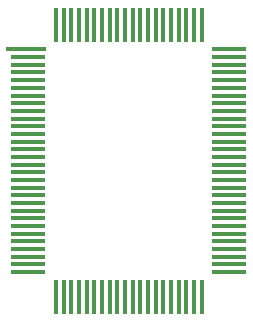
<source format=gtp>
G04 #@! TF.FileFunction,Paste,Top*
%FSLAX46Y46*%
G04 Gerber Fmt 4.6, Leading zero omitted, Abs format (unit mm)*
G04 Created by KiCad (PCBNEW (2015-09-08 BZR 6170, Git 6269158)-product) date 8/14/2016 2:55:12 PM*
%MOMM*%
G01*
G04 APERTURE LIST*
%ADD10C,0.100000*%
%ADD11R,3.400000X0.430000*%
%ADD12R,3.000000X0.430000*%
%ADD13R,0.430000X3.000000*%
G04 APERTURE END LIST*
D10*
D11*
X139890000Y-97255000D03*
D12*
X140090000Y-97905000D03*
X140090000Y-98555000D03*
X140090000Y-99205000D03*
X140090000Y-99855000D03*
X140090000Y-100505000D03*
X140090000Y-101155000D03*
X140090000Y-101805000D03*
X140090000Y-102455000D03*
X140090000Y-103105000D03*
X140090000Y-103755000D03*
X140090000Y-104405000D03*
X140090000Y-105055000D03*
X140090000Y-105705000D03*
X140090000Y-106355000D03*
X140090000Y-107005000D03*
X140090000Y-107655000D03*
X140090000Y-108305000D03*
X140090000Y-108955000D03*
X140090000Y-109605000D03*
X140090000Y-110255000D03*
X140090000Y-110905000D03*
X140090000Y-111555000D03*
X140090000Y-112205000D03*
X140090000Y-112855000D03*
X140090000Y-113505000D03*
X140090000Y-114155000D03*
X140090000Y-114805000D03*
X140090000Y-115455000D03*
X140090000Y-116105000D03*
D13*
X142415000Y-118180000D03*
X143065000Y-118180000D03*
X143715000Y-118180000D03*
X144365000Y-118180000D03*
X145015000Y-118180000D03*
X145665000Y-118180000D03*
X146315000Y-118180000D03*
X146965000Y-118180000D03*
X147615000Y-118180000D03*
X148265000Y-118180000D03*
X148915000Y-118180000D03*
X149565000Y-118180000D03*
X150215000Y-118180000D03*
X150865000Y-118180000D03*
X151515000Y-118180000D03*
X152165000Y-118180000D03*
X152815000Y-118180000D03*
X153465000Y-118180000D03*
X154115000Y-118180000D03*
X154765000Y-118180000D03*
D12*
X157090000Y-116105000D03*
X157090000Y-115455000D03*
X157090000Y-114805000D03*
X157090000Y-114155000D03*
X157090000Y-113505000D03*
X157090000Y-112855000D03*
X157090000Y-112205000D03*
X157090000Y-111555000D03*
X157090000Y-110905000D03*
X157090000Y-110255000D03*
X157090000Y-109605000D03*
X157090000Y-108955000D03*
X157090000Y-108305000D03*
X157090000Y-107655000D03*
X157090000Y-107005000D03*
X157090000Y-106355000D03*
X157090000Y-105705000D03*
X157090000Y-105055000D03*
X157090000Y-104405000D03*
X157090000Y-103755000D03*
X157090000Y-103105000D03*
X157090000Y-102455000D03*
X157090000Y-101805000D03*
X157090000Y-101155000D03*
X157090000Y-100505000D03*
X157090000Y-99855000D03*
X157090000Y-99205000D03*
X157090000Y-98555000D03*
X157090000Y-97905000D03*
X157090000Y-97255000D03*
D13*
X154765000Y-95180000D03*
X154115000Y-95180000D03*
X153465000Y-95180000D03*
X152815000Y-95180000D03*
X152165000Y-95180000D03*
X151515000Y-95180000D03*
X150865000Y-95180000D03*
X150215000Y-95180000D03*
X149565000Y-95180000D03*
X148915000Y-95180000D03*
X148265000Y-95180000D03*
X147615000Y-95180000D03*
X146965000Y-95180000D03*
X146315000Y-95180000D03*
X145665000Y-95180000D03*
X145015000Y-95180000D03*
X144365000Y-95180000D03*
X143715000Y-95180000D03*
X143065000Y-95180000D03*
X142415000Y-95180000D03*
M02*

</source>
